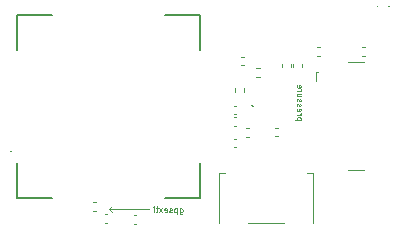
<source format=gbr>
%TF.GenerationSoftware,KiCad,Pcbnew,8.0.5*%
%TF.CreationDate,2024-12-17T02:27:59+01:00*%
%TF.ProjectId,hardware v5,68617264-7761-4726-9520-76352e6b6963,rev?*%
%TF.SameCoordinates,Original*%
%TF.FileFunction,Legend,Bot*%
%TF.FilePolarity,Positive*%
%FSLAX46Y46*%
G04 Gerber Fmt 4.6, Leading zero omitted, Abs format (unit mm)*
G04 Created by KiCad (PCBNEW 8.0.5) date 2024-12-17 02:27:59*
%MOMM*%
%LPD*%
G01*
G04 APERTURE LIST*
%ADD10C,0.100000*%
%ADD11C,0.200000*%
%ADD12C,0.120000*%
G04 APERTURE END LIST*
D10*
X134110877Y-108500276D02*
X134110877Y-108905038D01*
X134110877Y-108905038D02*
X134134687Y-108952657D01*
X134134687Y-108952657D02*
X134158496Y-108976466D01*
X134158496Y-108976466D02*
X134206115Y-109000276D01*
X134206115Y-109000276D02*
X134277544Y-109000276D01*
X134277544Y-109000276D02*
X134325163Y-108976466D01*
X134110877Y-108809800D02*
X134158496Y-108833609D01*
X134158496Y-108833609D02*
X134253734Y-108833609D01*
X134253734Y-108833609D02*
X134301353Y-108809800D01*
X134301353Y-108809800D02*
X134325163Y-108785990D01*
X134325163Y-108785990D02*
X134348972Y-108738371D01*
X134348972Y-108738371D02*
X134348972Y-108595514D01*
X134348972Y-108595514D02*
X134325163Y-108547895D01*
X134325163Y-108547895D02*
X134301353Y-108524085D01*
X134301353Y-108524085D02*
X134253734Y-108500276D01*
X134253734Y-108500276D02*
X134158496Y-108500276D01*
X134158496Y-108500276D02*
X134110877Y-108524085D01*
X133872782Y-108500276D02*
X133872782Y-109000276D01*
X133872782Y-108524085D02*
X133825163Y-108500276D01*
X133825163Y-108500276D02*
X133729925Y-108500276D01*
X133729925Y-108500276D02*
X133682306Y-108524085D01*
X133682306Y-108524085D02*
X133658496Y-108547895D01*
X133658496Y-108547895D02*
X133634687Y-108595514D01*
X133634687Y-108595514D02*
X133634687Y-108738371D01*
X133634687Y-108738371D02*
X133658496Y-108785990D01*
X133658496Y-108785990D02*
X133682306Y-108809800D01*
X133682306Y-108809800D02*
X133729925Y-108833609D01*
X133729925Y-108833609D02*
X133825163Y-108833609D01*
X133825163Y-108833609D02*
X133872782Y-108809800D01*
X133444210Y-108809800D02*
X133396591Y-108833609D01*
X133396591Y-108833609D02*
X133301353Y-108833609D01*
X133301353Y-108833609D02*
X133253734Y-108809800D01*
X133253734Y-108809800D02*
X133229925Y-108762180D01*
X133229925Y-108762180D02*
X133229925Y-108738371D01*
X133229925Y-108738371D02*
X133253734Y-108690752D01*
X133253734Y-108690752D02*
X133301353Y-108666942D01*
X133301353Y-108666942D02*
X133372782Y-108666942D01*
X133372782Y-108666942D02*
X133420401Y-108643133D01*
X133420401Y-108643133D02*
X133444210Y-108595514D01*
X133444210Y-108595514D02*
X133444210Y-108571704D01*
X133444210Y-108571704D02*
X133420401Y-108524085D01*
X133420401Y-108524085D02*
X133372782Y-108500276D01*
X133372782Y-108500276D02*
X133301353Y-108500276D01*
X133301353Y-108500276D02*
X133253734Y-108524085D01*
X132825163Y-108809800D02*
X132872782Y-108833609D01*
X132872782Y-108833609D02*
X132968020Y-108833609D01*
X132968020Y-108833609D02*
X133015639Y-108809800D01*
X133015639Y-108809800D02*
X133039448Y-108762180D01*
X133039448Y-108762180D02*
X133039448Y-108571704D01*
X133039448Y-108571704D02*
X133015639Y-108524085D01*
X133015639Y-108524085D02*
X132968020Y-108500276D01*
X132968020Y-108500276D02*
X132872782Y-108500276D01*
X132872782Y-108500276D02*
X132825163Y-108524085D01*
X132825163Y-108524085D02*
X132801353Y-108571704D01*
X132801353Y-108571704D02*
X132801353Y-108619323D01*
X132801353Y-108619323D02*
X133039448Y-108666942D01*
X132634687Y-108833609D02*
X132372782Y-108500276D01*
X132634687Y-108500276D02*
X132372782Y-108833609D01*
X132253734Y-108500276D02*
X132063258Y-108500276D01*
X132182306Y-108333609D02*
X132182306Y-108762180D01*
X132182306Y-108762180D02*
X132158496Y-108809800D01*
X132158496Y-108809800D02*
X132110877Y-108833609D01*
X132110877Y-108833609D02*
X132063258Y-108833609D01*
X131896592Y-108833609D02*
X131896592Y-108500276D01*
X131896592Y-108333609D02*
X131920401Y-108357419D01*
X131920401Y-108357419D02*
X131896592Y-108381228D01*
X131896592Y-108381228D02*
X131872782Y-108357419D01*
X131872782Y-108357419D02*
X131896592Y-108333609D01*
X131896592Y-108333609D02*
X131896592Y-108381228D01*
X128160000Y-108560000D02*
X128370000Y-108770000D01*
X128160000Y-108560000D02*
X128390000Y-108330000D01*
X131500000Y-108560000D02*
X128160000Y-108560000D01*
X144349723Y-101015163D02*
X143849723Y-101015163D01*
X144325914Y-101015163D02*
X144349723Y-100967544D01*
X144349723Y-100967544D02*
X144349723Y-100872306D01*
X144349723Y-100872306D02*
X144325914Y-100824687D01*
X144325914Y-100824687D02*
X144302104Y-100800877D01*
X144302104Y-100800877D02*
X144254485Y-100777068D01*
X144254485Y-100777068D02*
X144111628Y-100777068D01*
X144111628Y-100777068D02*
X144064009Y-100800877D01*
X144064009Y-100800877D02*
X144040200Y-100824687D01*
X144040200Y-100824687D02*
X144016390Y-100872306D01*
X144016390Y-100872306D02*
X144016390Y-100967544D01*
X144016390Y-100967544D02*
X144040200Y-101015163D01*
X144016390Y-100562782D02*
X144349723Y-100562782D01*
X144254485Y-100562782D02*
X144302104Y-100538972D01*
X144302104Y-100538972D02*
X144325914Y-100515163D01*
X144325914Y-100515163D02*
X144349723Y-100467544D01*
X144349723Y-100467544D02*
X144349723Y-100419925D01*
X144040200Y-100062782D02*
X144016390Y-100110401D01*
X144016390Y-100110401D02*
X144016390Y-100205639D01*
X144016390Y-100205639D02*
X144040200Y-100253258D01*
X144040200Y-100253258D02*
X144087819Y-100277067D01*
X144087819Y-100277067D02*
X144278295Y-100277067D01*
X144278295Y-100277067D02*
X144325914Y-100253258D01*
X144325914Y-100253258D02*
X144349723Y-100205639D01*
X144349723Y-100205639D02*
X144349723Y-100110401D01*
X144349723Y-100110401D02*
X144325914Y-100062782D01*
X144325914Y-100062782D02*
X144278295Y-100038972D01*
X144278295Y-100038972D02*
X144230676Y-100038972D01*
X144230676Y-100038972D02*
X144183057Y-100277067D01*
X144040200Y-99848496D02*
X144016390Y-99800877D01*
X144016390Y-99800877D02*
X144016390Y-99705639D01*
X144016390Y-99705639D02*
X144040200Y-99658020D01*
X144040200Y-99658020D02*
X144087819Y-99634211D01*
X144087819Y-99634211D02*
X144111628Y-99634211D01*
X144111628Y-99634211D02*
X144159247Y-99658020D01*
X144159247Y-99658020D02*
X144183057Y-99705639D01*
X144183057Y-99705639D02*
X144183057Y-99777068D01*
X144183057Y-99777068D02*
X144206866Y-99824687D01*
X144206866Y-99824687D02*
X144254485Y-99848496D01*
X144254485Y-99848496D02*
X144278295Y-99848496D01*
X144278295Y-99848496D02*
X144325914Y-99824687D01*
X144325914Y-99824687D02*
X144349723Y-99777068D01*
X144349723Y-99777068D02*
X144349723Y-99705639D01*
X144349723Y-99705639D02*
X144325914Y-99658020D01*
X144040200Y-99443734D02*
X144016390Y-99396115D01*
X144016390Y-99396115D02*
X144016390Y-99300877D01*
X144016390Y-99300877D02*
X144040200Y-99253258D01*
X144040200Y-99253258D02*
X144087819Y-99229449D01*
X144087819Y-99229449D02*
X144111628Y-99229449D01*
X144111628Y-99229449D02*
X144159247Y-99253258D01*
X144159247Y-99253258D02*
X144183057Y-99300877D01*
X144183057Y-99300877D02*
X144183057Y-99372306D01*
X144183057Y-99372306D02*
X144206866Y-99419925D01*
X144206866Y-99419925D02*
X144254485Y-99443734D01*
X144254485Y-99443734D02*
X144278295Y-99443734D01*
X144278295Y-99443734D02*
X144325914Y-99419925D01*
X144325914Y-99419925D02*
X144349723Y-99372306D01*
X144349723Y-99372306D02*
X144349723Y-99300877D01*
X144349723Y-99300877D02*
X144325914Y-99253258D01*
X144349723Y-98800877D02*
X144016390Y-98800877D01*
X144349723Y-99015163D02*
X144087819Y-99015163D01*
X144087819Y-99015163D02*
X144040200Y-98991353D01*
X144040200Y-98991353D02*
X144016390Y-98943734D01*
X144016390Y-98943734D02*
X144016390Y-98872306D01*
X144016390Y-98872306D02*
X144040200Y-98824687D01*
X144040200Y-98824687D02*
X144064009Y-98800877D01*
X144016390Y-98562782D02*
X144349723Y-98562782D01*
X144254485Y-98562782D02*
X144302104Y-98538972D01*
X144302104Y-98538972D02*
X144325914Y-98515163D01*
X144325914Y-98515163D02*
X144349723Y-98467544D01*
X144349723Y-98467544D02*
X144349723Y-98419925D01*
X144040200Y-98062782D02*
X144016390Y-98110401D01*
X144016390Y-98110401D02*
X144016390Y-98205639D01*
X144016390Y-98205639D02*
X144040200Y-98253258D01*
X144040200Y-98253258D02*
X144087819Y-98277067D01*
X144087819Y-98277067D02*
X144278295Y-98277067D01*
X144278295Y-98277067D02*
X144325914Y-98253258D01*
X144325914Y-98253258D02*
X144349723Y-98205639D01*
X144349723Y-98205639D02*
X144349723Y-98110401D01*
X144349723Y-98110401D02*
X144325914Y-98062782D01*
X144325914Y-98062782D02*
X144278295Y-98038972D01*
X144278295Y-98038972D02*
X144230676Y-98038972D01*
X144230676Y-98038972D02*
X144183057Y-98277067D01*
%TO.C,ANT2*%
X119750000Y-103670000D02*
X119750000Y-103670000D01*
X119850000Y-103670000D02*
X119850000Y-103670000D01*
D11*
X123300000Y-107620000D02*
X120350000Y-107620000D01*
X120350000Y-107620000D02*
X120350000Y-104670000D01*
X120350000Y-92120000D02*
X120350000Y-95070000D01*
X123300000Y-92120000D02*
X120350000Y-92120000D01*
X135850000Y-107620000D02*
X132900000Y-107620000D01*
X135850000Y-104670000D02*
X135850000Y-107620000D01*
X135850000Y-92120000D02*
X135850000Y-95070000D01*
X132900000Y-92120000D02*
X135850000Y-92120000D01*
D10*
X119850000Y-103670000D02*
G75*
G02*
X119750000Y-103670000I-50000J0D01*
G01*
X119750000Y-103670000D02*
G75*
G02*
X119850000Y-103670000I50000J0D01*
G01*
D12*
%TO.C,R21*%
X126756359Y-107980000D02*
X127063641Y-107980000D01*
X126756359Y-108740000D02*
X127063641Y-108740000D01*
%TO.C,C19*%
X138887836Y-100770000D02*
X138672164Y-100770000D01*
X138887836Y-101490000D02*
X138672164Y-101490000D01*
%TO.C,J2*%
X145650000Y-96910000D02*
X145650000Y-97710000D01*
X145800000Y-96910000D02*
X145650000Y-96910000D01*
X148320000Y-96090000D02*
X149730000Y-96090000D01*
X148320000Y-105250000D02*
X149730000Y-105250000D01*
%TO.C,C12*%
X139722164Y-101690000D02*
X139937836Y-101690000D01*
X139722164Y-102410000D02*
X139937836Y-102410000D01*
%TO.C,C9*%
X127752164Y-109010000D02*
X127967836Y-109010000D01*
X127752164Y-109730000D02*
X127967836Y-109730000D01*
D10*
%TO.C,WSEN-PADS1*%
X140200000Y-99793000D02*
X140200000Y-99793000D01*
X140300000Y-99793000D02*
X140300000Y-99793000D01*
X140200000Y-99793000D02*
G75*
G02*
X140300000Y-99793000I50000J0D01*
G01*
X140300000Y-99793000D02*
G75*
G02*
X140200000Y-99793000I-50000J0D01*
G01*
D12*
%TO.C,C2*%
X139517836Y-95650000D02*
X139302164Y-95650000D01*
X139517836Y-96370000D02*
X139302164Y-96370000D01*
%TO.C,C10*%
X130427836Y-109080000D02*
X130212164Y-109080000D01*
X130427836Y-109800000D02*
X130212164Y-109800000D01*
%TO.C,C24*%
X143740000Y-96507836D02*
X143740000Y-96292164D01*
X144460000Y-96507836D02*
X144460000Y-96292164D01*
%TO.C,R1*%
X149813641Y-94860000D02*
X149506359Y-94860000D01*
X149813641Y-95620000D02*
X149506359Y-95620000D01*
%TO.C,R2*%
X146003641Y-94870000D02*
X145696359Y-94870000D01*
X146003641Y-95630000D02*
X145696359Y-95630000D01*
D10*
%TO.C,D2*%
X151870000Y-91425000D02*
G75*
G02*
X151770000Y-91425000I-50000J0D01*
G01*
X151770000Y-91425000D02*
G75*
G02*
X151870000Y-91425000I50000J0D01*
G01*
D12*
%TO.C,C22*%
X142780000Y-96497836D02*
X142780000Y-96282164D01*
X143500000Y-96497836D02*
X143500000Y-96282164D01*
%TO.C,R20*%
X140873641Y-96620000D02*
X140566359Y-96620000D01*
X140873641Y-97380000D02*
X140566359Y-97380000D01*
D10*
%TO.C,D3*%
X150900000Y-91415000D02*
G75*
G02*
X150800000Y-91415000I-50000J0D01*
G01*
X150800000Y-91415000D02*
G75*
G02*
X150900000Y-91415000I50000J0D01*
G01*
%TO.C,J1*%
X137410000Y-105497000D02*
X137910000Y-105497000D01*
X137410000Y-109748000D02*
X137410000Y-105497000D01*
X139910000Y-109748000D02*
X142910000Y-109748000D01*
X145410000Y-105497000D02*
X144910000Y-105497000D01*
X145410000Y-109748000D02*
X145410000Y-105497000D01*
D12*
%TO.C,C13*%
X142202164Y-101670000D02*
X142417836Y-101670000D01*
X142202164Y-102390000D02*
X142417836Y-102390000D01*
%TO.C,C20*%
X138897836Y-99820000D02*
X138682164Y-99820000D01*
X138897836Y-100540000D02*
X138682164Y-100540000D01*
%TO.C,R19*%
X138830000Y-98316359D02*
X138830000Y-98623641D01*
X139590000Y-98316359D02*
X139590000Y-98623641D01*
%TO.C,C25*%
X138907836Y-102610000D02*
X138692164Y-102610000D01*
X138907836Y-103330000D02*
X138692164Y-103330000D01*
%TD*%
M02*

</source>
